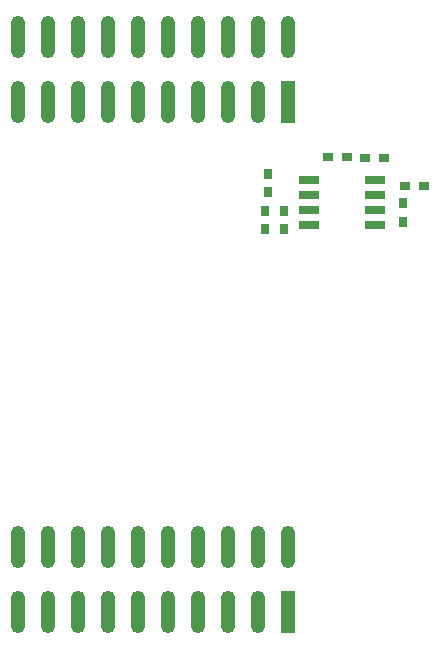
<source format=gbp>
%FSTAX23Y23*%
%MOIN*%
%SFA1B1*%

%IPPOS*%
%AMD68*
4,1,8,0.032500,-0.010900,0.032500,0.010900,0.030600,0.012800,-0.030600,0.012800,-0.032500,0.010900,-0.032500,-0.010900,-0.030600,-0.012800,0.030600,-0.012800,0.032500,-0.010900,0.0*
1,1,0.003843,0.030600,-0.010900*
1,1,0.003843,0.030600,0.010900*
1,1,0.003843,-0.030600,0.010900*
1,1,0.003843,-0.030600,-0.010900*
%
%ADD33R,0.031496X0.037992*%
G04~CAMADD=68~8~0.0~0.0~255.9~649.6~19.2~0.0~15~0.0~0.0~0.0~0.0~0~0.0~0.0~0.0~0.0~0~0.0~0.0~0.0~270.0~650.0~256.0*
%ADD68D68*%
%ADD69O,0.047244X0.141732*%
%ADD70R,0.047244X0.141732*%
%ADD71R,0.037992X0.031496*%
%LNmain-1*%
%LPD*%
G54D33*
X01824Y02439D03*
Y02376D03*
X02284Y02463D03*
Y02401D03*
X01835Y02562D03*
Y025D03*
X01887Y02438D03*
Y02376D03*
G54D68*
X02193Y02541D03*
Y02491D03*
Y02441D03*
Y02391D03*
X0197Y02541D03*
Y02491D03*
Y02441D03*
Y02391D03*
G54D69*
X01Y03018D03*
X011D03*
X012D03*
X013D03*
X014D03*
X015D03*
X016D03*
X017D03*
X018D03*
X019D03*
X01Y028D03*
X011D03*
X012D03*
X013D03*
X014D03*
X015D03*
X016D03*
X017D03*
X018D03*
Y011D03*
X017D03*
X016D03*
X015D03*
X014D03*
X013D03*
X012D03*
X011D03*
X01D03*
X019Y01318D03*
X018D03*
X017D03*
X016D03*
X015D03*
X014D03*
X013D03*
X012D03*
X011D03*
X01D03*
G54D70*
X019Y028D03*
Y011D03*
G54D71*
X02356Y02521D03*
X02293D03*
X02035Y02617D03*
X02097D03*
X0222Y02615D03*
X02158D03*
M02*
</source>
